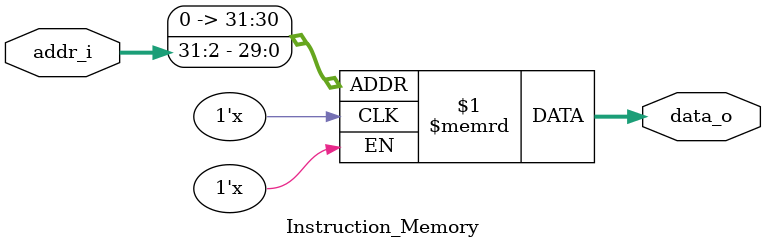
<source format=v>
module Instruction_Memory
(
    addr_i, 
    data_o
);

// Ports
input   [31:0]		addr_i;
output  [31:0]      data_o;

// Instruction memory
reg     [31:0]		memory 	[0:255];

assign  data_o = memory[addr_i>>2];  

endmodule
</source>
